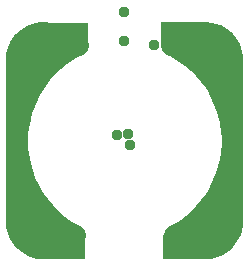
<source format=gbr>
G04 EAGLE Gerber RS-274X export*
G75*
%MOMM*%
%FSLAX34Y34*%
%LPD*%
%INSoldermask Top*%
%IPPOS*%
%AMOC8*
5,1,8,0,0,1.08239X$1,22.5*%
G01*
%ADD10C,1.799997*%
%ADD11C,2.199997*%
%ADD12R,3.752894X2.021094*%
%ADD13R,3.564694X2.144394*%
%ADD14R,1.716897X13.842975*%
%ADD15R,3.811694X1.776894*%
%ADD16R,4.015894X2.021094*%
%ADD17R,1.314597X14.216175*%
%ADD18C,2.199994*%
%ADD19C,0.959600*%


D10*
X110514Y-11611D02*
X116029Y-8489D01*
X121313Y-4989D01*
X126340Y-1130D01*
X131086Y3070D01*
X135527Y7592D01*
X139641Y12412D01*
X143409Y17508D01*
X146813Y22854D01*
X149836Y28425D01*
X152462Y34193D01*
X154680Y40130D01*
X156478Y46207D01*
X157848Y52395D01*
X158783Y58664D01*
X159278Y64982D01*
X159332Y71320D01*
X158943Y77645D01*
X158114Y83929D01*
X156848Y90139D01*
X155153Y96245D01*
X153035Y102219D01*
X151146Y106661D01*
X-21615Y58322D02*
X-20657Y52058D01*
X-19263Y45875D01*
X-17442Y39804D01*
X-15202Y33876D01*
X-12554Y28118D01*
X-9510Y22559D01*
X-6086Y17225D01*
X-2299Y12144D01*
X1833Y7339D01*
X6291Y2834D01*
X11052Y-1348D01*
X16093Y-5188D01*
X21390Y-8668D01*
X26613Y-11611D01*
X158743Y78804D02*
X157785Y85069D01*
X156391Y91252D01*
X154570Y97322D01*
X152330Y103251D01*
X149682Y109009D01*
X146638Y114568D01*
X143214Y119901D01*
X139427Y124983D01*
X135294Y129788D01*
X130836Y134293D01*
X126075Y138476D01*
X121034Y142316D01*
X115736Y145796D01*
X110209Y148898D01*
X107945Y150027D01*
X29051Y149963D02*
X23445Y147008D01*
X18058Y143669D01*
X12918Y139962D01*
X8048Y135905D01*
X3473Y131519D01*
X-783Y126824D01*
X-4703Y121844D01*
X-8265Y116602D01*
X-11454Y111125D01*
X-14252Y105438D01*
X-16647Y99571D01*
X-18627Y93550D01*
X-20182Y87406D01*
X-21305Y81169D01*
X-21990Y74868D01*
X-22234Y68535D01*
X-22035Y62200D01*
X-21395Y55895D01*
X-20317Y49650D01*
X-18806Y43495D01*
X-16869Y37460D01*
X-14516Y31576D01*
X-14017Y30466D01*
D11*
X118935Y-9968D02*
X119675Y-11213D01*
X120500Y-12403D01*
X121406Y-13533D01*
X122388Y-14597D01*
X123442Y-15590D01*
X124563Y-16506D01*
X125745Y-17343D01*
X126982Y-18094D01*
X128270Y-18758D01*
X129600Y-19330D01*
X130966Y-19808D01*
X132363Y-20190D01*
X133783Y-20473D01*
X135220Y-20657D01*
X136665Y-20739D01*
X138113Y-20721D01*
X139556Y-20602D01*
X140988Y-20382D01*
X142400Y-20064D01*
X143787Y-19647D01*
X145141Y-19135D01*
X146456Y-18529D01*
X147726Y-17833D01*
X148944Y-17051D01*
X150105Y-16185D01*
X151203Y-15240D01*
X152231Y-14221D01*
X153187Y-13133D01*
X154064Y-11981D01*
X154858Y-10770D01*
X155566Y-9507D01*
X156185Y-8198D01*
X156710Y-6849D01*
X157140Y-5466D01*
X157473Y-4057D01*
X157707Y-2628D01*
X157840Y-1186D01*
X157872Y260D01*
X157803Y1707D01*
X157634Y3145D01*
X157364Y4567D01*
X156996Y5968D01*
X156532Y7339D01*
X155973Y8675D01*
X155321Y9968D01*
X154582Y11213D01*
X153757Y12403D01*
X152851Y13533D01*
X151869Y14597D01*
X150815Y15590D01*
X149694Y16506D01*
X148512Y17343D01*
X147828Y17772D01*
X-10828Y17693D02*
X-12036Y16895D01*
X-13185Y16014D01*
X-14270Y15055D01*
X-15286Y14023D01*
X-16227Y12923D01*
X-17089Y11759D01*
X-17868Y10538D01*
X-18559Y9266D01*
X-19160Y7949D01*
X-19668Y6593D01*
X-20080Y5205D01*
X-20395Y3791D01*
X-20609Y2359D01*
X-20724Y916D01*
X-20737Y-531D01*
X-20650Y-1976D01*
X-20461Y-3411D01*
X-20174Y-4831D01*
X-19788Y-6226D01*
X-19305Y-7591D01*
X-18728Y-8919D01*
X-18060Y-10204D01*
X-17305Y-11439D01*
X-16465Y-12618D01*
X-15544Y-13736D01*
X-14548Y-14787D01*
X-13481Y-15766D01*
X-12348Y-16668D01*
X-11155Y-17489D01*
X-9908Y-18225D01*
X-8613Y-18871D01*
X-7275Y-19426D01*
X-5902Y-19886D01*
X-4501Y-20250D01*
X-3077Y-20515D01*
X-1639Y-20679D01*
X-192Y-20743D01*
X1254Y-20706D01*
X2695Y-20568D01*
X4124Y-20330D01*
X5532Y-19993D01*
X6913Y-19558D01*
X8260Y-19028D01*
X9568Y-18406D01*
X10828Y-17693D01*
X12036Y-16895D01*
X13185Y-16014D01*
X14270Y-15055D01*
X15286Y-14023D01*
X16227Y-12923D01*
X17089Y-11759D01*
X17831Y-10601D01*
X147957Y119434D02*
X149165Y120233D01*
X150314Y121114D01*
X151400Y122072D01*
X152415Y123105D01*
X153356Y124205D01*
X154218Y125369D01*
X154997Y126589D01*
X155688Y127862D01*
X156290Y129179D01*
X156797Y130535D01*
X157209Y131923D01*
X157524Y133336D01*
X157738Y134768D01*
X157853Y136212D01*
X157866Y137660D01*
X157779Y139105D01*
X157590Y140540D01*
X157303Y141960D01*
X156917Y143355D01*
X156434Y144720D01*
X155857Y146048D01*
X155189Y147333D01*
X154434Y148568D01*
X153594Y149747D01*
X152673Y150865D01*
X151677Y151916D01*
X150610Y152895D01*
X149477Y153797D01*
X148284Y154618D01*
X147037Y155354D01*
X145742Y156000D01*
X144404Y156555D01*
X143031Y157015D01*
X141630Y157379D01*
X140206Y157644D01*
X138768Y157808D01*
X137321Y157872D01*
X135874Y157835D01*
X134432Y157697D01*
X133004Y157459D01*
X131596Y157122D01*
X130215Y156687D01*
X128867Y156157D01*
X127560Y155535D01*
X126299Y154822D01*
X125091Y154024D01*
X123942Y153143D01*
X122857Y152184D01*
X121842Y151152D01*
X120901Y150052D01*
X120039Y148888D01*
X119296Y147729D01*
X18192Y147097D02*
X17453Y148342D01*
X16628Y149532D01*
X15722Y150662D01*
X14740Y151726D01*
X13686Y152719D01*
X12565Y153635D01*
X11383Y154472D01*
X10145Y155223D01*
X8858Y155887D01*
X7528Y156459D01*
X6161Y156937D01*
X4765Y157319D01*
X3344Y157602D01*
X1908Y157786D01*
X463Y157868D01*
X-984Y157850D01*
X-2427Y157731D01*
X-3859Y157512D01*
X-5271Y157193D01*
X-6658Y156776D01*
X-8012Y156264D01*
X-9327Y155658D01*
X-10597Y154962D01*
X-11815Y154180D01*
X-12976Y153314D01*
X-14074Y152369D01*
X-15102Y151350D01*
X-16058Y150262D01*
X-16935Y149110D01*
X-17729Y147899D01*
X-18437Y146636D01*
X-19056Y145327D01*
X-19581Y143978D01*
X-20011Y142595D01*
X-20344Y141186D01*
X-20578Y139757D01*
X-20711Y138315D01*
X-20743Y136867D01*
X-20674Y135421D01*
X-20505Y133983D01*
X-20235Y132560D01*
X-19867Y131160D01*
X-19403Y129788D01*
X-18844Y128453D01*
X-18192Y127159D01*
X-17453Y125915D01*
X-16628Y124724D01*
X-15722Y123595D01*
X-14740Y122531D01*
X-13686Y121538D01*
X-12565Y120622D01*
X-11383Y119785D01*
X-10699Y119355D01*
D12*
X16833Y-21613D03*
D13*
X119304Y-21395D03*
D14*
X-23115Y70424D03*
D15*
X19057Y159953D03*
D16*
X118978Y158742D03*
D17*
X162244Y68558D03*
D18*
X137128Y137128D03*
X137128Y0D03*
X0Y0D03*
X0Y137128D03*
D19*
X68500Y177500D03*
X68500Y153000D03*
X93500Y149500D03*
X73500Y65000D03*
X71500Y74300D03*
X62000Y73500D03*
M02*

</source>
